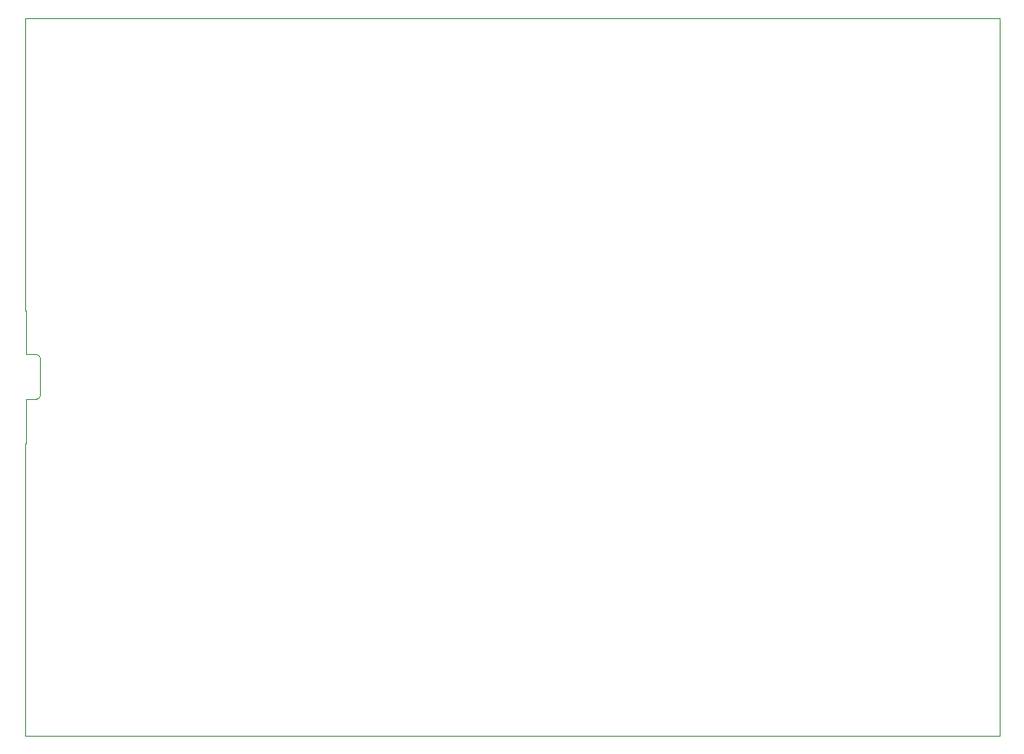
<source format=gbr>
%TF.GenerationSoftware,KiCad,Pcbnew,6.0.11-2627ca5db0~126~ubuntu22.04.1*%
%TF.CreationDate,2023-04-29T14:36:28+03:00*%
%TF.ProjectId,telephonica,74656c65-7068-46f6-9e69-63612e6b6963,0.0.1*%
%TF.SameCoordinates,PX1312d00PY1312d00*%
%TF.FileFunction,Profile,NP*%
%FSLAX46Y46*%
G04 Gerber Fmt 4.6, Leading zero omitted, Abs format (unit mm)*
G04 Created by KiCad (PCBNEW 6.0.11-2627ca5db0~126~ubuntu22.04.1) date 2023-04-29 14:36:28*
%MOMM*%
%LPD*%
G01*
G04 APERTURE LIST*
%TA.AperFunction,Profile*%
%ADD10C,0.100000*%
%TD*%
%TA.AperFunction,Profile*%
%ADD11C,0.120000*%
%TD*%
G04 APERTURE END LIST*
D10*
X0Y-41500000D02*
X100000Y-41500000D01*
X0Y-70000000D02*
X0Y-41500000D01*
X95000000Y-70000000D02*
X0Y-70000000D01*
X95000000Y0D02*
X95000000Y-70000000D01*
X0Y0D02*
X95000000Y0D01*
X0Y-28500000D02*
X0Y0D01*
X100000Y-28500000D02*
X0Y-28500000D01*
D11*
%TO.C,J1*%
X1100000Y-37200000D02*
G75*
G03*
X1500000Y-36800000I0J400000D01*
G01*
X1500000Y-33200000D02*
G75*
G03*
X1100000Y-32800000I-400002J-2D01*
G01*
X100000Y-37200000D02*
X100000Y-41500000D01*
X1500000Y-36800000D02*
X1500000Y-33200000D01*
X100000Y-32800000D02*
X100000Y-28500000D01*
X1100000Y-32800000D02*
X100000Y-32800000D01*
X1100000Y-37200000D02*
X100000Y-37200000D01*
%TD*%
M02*

</source>
